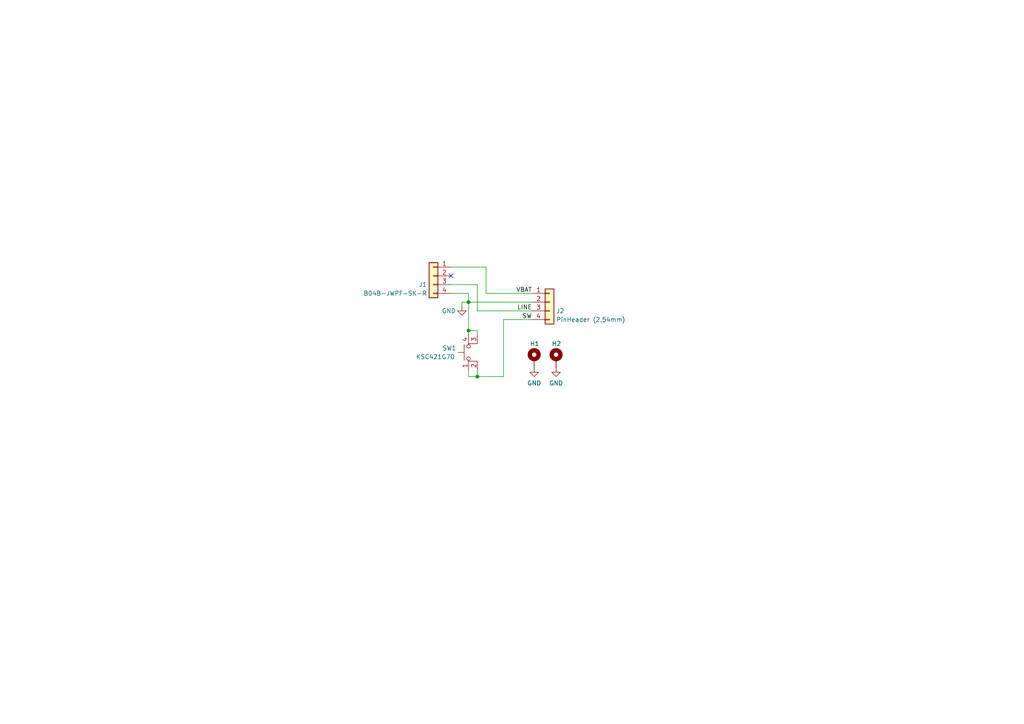
<source format=kicad_sch>
(kicad_sch (version 20230121) (generator eeschema)
  (paper "A4")
  (lib_symbols
    (symbol "Connector_Generic:Conn_01x04" (pin_names (offset 1.016) hide)
      (property "Reference" "J" (at 0 5.08 0))
      (property "Value" "Conn_01x04" (at 0 -7.62 0))
      (symbol "Conn_01x04_1_1"
        (rectangle (start -1.27 -4.953) (end 0 -5.207) (stroke (width 0.1524)))
        (rectangle (start -1.27 -2.413) (end 0 -2.667) (stroke (width 0.1524)))
        (rectangle (start -1.27 0.127) (end 0 -0.127) (stroke (width 0.1524)))
        (rectangle (start -1.27 2.667) (end 0 2.413) (stroke (width 0.1524)))
        (rectangle (start -1.27 3.81) (end 1.27 -6.35) (stroke (width 0.254)) (fill (type background)))
        (pin passive line (at -5.08 2.54 0) (length 3.81) (name "Pin_1") (number "1"))
        (pin passive line (at -5.08 0 0) (length 3.81) (name "Pin_2") (number "2"))
        (pin passive line (at -5.08 -2.54 0) (length 3.81) (name "Pin_3") (number "3"))
        (pin passive line (at -5.08 -5.08 0) (length 3.81) (name "Pin_4") (number "4"))
      )
    )
    (symbol "Mechanical:MountingHole_Pad" (pin_numbers hide) (pin_names (offset 1.016) hide)
      (property "Reference" "H" (at 0 6.35 0))
      (property "Value" "MountingHole_Pad" (at 0 4.445 0))
      (symbol "MountingHole_Pad_0_1"
        (circle (center 0 1.27) (radius 1.27) (stroke (width 1.27)))
      )
      (symbol "MountingHole_Pad_1_1"
        (pin input line (at 0 -2.54 90) (length 2.54) (name "1") (number "1"))
      )
    )
    (symbol "Switch:SW_MEC_5E" (pin_names (offset 1.016) hide)
      (property "Reference" "SW" (at 0.635 5.715 0))
      (property "Value" "SW_MEC_5E" (at 0 -3.175 0))
      (symbol "SW_MEC_5E_0_1"
        (circle (center -1.778 2.54) (radius 0.508))
        (polyline (pts (xy -2.286 3.81) (xy 2.286 3.81)))
        (polyline (pts (xy 0 3.81) (xy 0 5.588)))
        (polyline (pts (xy -2.54 0) (xy -2.54 2.54) (xy -2.286 2.54)))
        (polyline (pts (xy 2.54 0) (xy 2.54 2.54) (xy 2.286 2.54)))
        (circle (center 1.778 2.54) (radius 0.508))
        (pin passive line (at -5.08 2.54 0) (length 2.54) (name "1") (number "1"))
        (pin passive line (at -5.08 0 0) (length 2.54) (name "2") (number "2"))
        (pin passive line (at 5.08 0 180) (length 2.54) (name "K") (number "3"))
        (pin passive line (at 5.08 2.54 180) (length 2.54) (name "A") (number "4"))
      )
    )
    (symbol "power:GND" (power) (pin_names (offset 0))
      (property "Value" "GND" (at 0 -3.81 0))
      (symbol "GND_0_1"
        (polyline (pts (xy 0 0) (xy 0 -1.27) (xy 1.27 -1.27) (xy 0 -2.54) (xy -1.27 -1.27) (xy 0 -1.27)))
      )
      (symbol "GND_1_1"
        (pin power_in line (at 0 0 270) (length 0) hide (name "GND") (number "1"))
      )
    )
  )
  (junction (at 138.43 109.22))
  (junction (at 135.89 87.63))
  (junction (at 135.89 95.885))
  (no_connect (at 130.81 80.01))
  (wire (pts (xy 135.89 109.22) (xy 138.43 109.22)))
  (wire (pts (xy 138.43 82.55) (xy 138.43 90.17)))
  (wire (pts (xy 138.43 97.155) (xy 138.43 95.885)))
  (wire (pts (xy 133.985 88.9) (xy 133.985 87.63)))
  (wire (pts (xy 130.81 85.09) (xy 135.89 85.09)))
  (wire (pts (xy 135.89 107.315) (xy 135.89 109.22)))
  (wire (pts (xy 138.43 107.315) (xy 138.43 109.22)))
  (wire (pts (xy 146.05 92.71) (xy 154.305 92.71)))
  (wire (pts (xy 135.89 87.63) (xy 135.89 95.885)))
  (wire (pts (xy 154.305 90.17) (xy 138.43 90.17)))
  (wire (pts (xy 135.89 95.885) (xy 135.89 97.155)))
  (wire (pts (xy 135.89 85.09) (xy 135.89 87.63)))
  (wire (pts (xy 146.05 109.22) (xy 146.05 92.71)))
  (wire (pts (xy 138.43 95.885) (xy 135.89 95.885)))
  (wire (pts (xy 140.97 77.47) (xy 140.97 85.09)))
  (wire (pts (xy 133.985 87.63) (xy 135.89 87.63)))
  (wire (pts (xy 135.89 87.63) (xy 154.305 87.63)))
  (wire (pts (xy 130.81 77.47) (xy 140.97 77.47)))
  (wire (pts (xy 138.43 109.22) (xy 146.05 109.22)))
  (wire (pts (xy 140.97 85.09) (xy 154.305 85.09)))
  (wire (pts (xy 130.81 82.55) (xy 138.43 82.55)))
  (label "VBAT" (at 154.305 85.09 180))
  (label "SW" (at 154.305 92.71 180))
  (label "LINE" (at 154.305 90.17 180))
  (symbol (lib_id "power:GND") (at 161.29 106.68 0) (unit 1)
    (property "Reference" "#PWR02" (effects hide))
    (property "Value" "GND" (at 161.29 111.125 0))
  )
  (symbol (lib_id "power:GND") (at 133.985 88.9 0) (unit 1)
    (property "Reference" "#PWR03" (effects hide))
    (property "Value" "GND" (at 130.175 90.17 0))
  )
  (symbol (lib_id "Mechanical:MountingHole_Pad") (at 154.94 104.14 0) (unit 1)
    (property "Reference" "H1" (at 153.67 99.695 0) (effects (justify left)))
    (property "Value" "MountingHole_Pad" (effects hide))
    (property "Footprint" "MountingHole:MountingHole_2.2mm_M2_ISO14580" (effects hide))
  )
  (symbol (lib_id "Mechanical:MountingHole_Pad") (at 161.29 104.14 0) (unit 1)
    (property "Reference" "H2" (at 160.02 99.695 0) (effects (justify left)))
    (property "Value" "MountingHole_Pad" (effects hide))
    (property "Footprint" "MountingHole:MountingHole_2.2mm_M2_ISO14580" (effects hide))
  )
  (symbol (lib_id "Connector_Generic:Conn_01x04") (at 159.385 87.63 0) (unit 1)
    (property "Reference" "J2" (at 161.29 90.17 0) (effects (justify left)))
    (property "Value" "PinHeader (2.54mm)" (at 161.29 92.71 0) (effects (justify left)))
    (property "Footprint" "Connector_PinHeader_2.00mm:PinHeader_2x02_P2.00mm_Vertical_SMD" (effects hide))
  )
  (symbol (lib_id "Connector_Generic:Conn_01x04") (at 125.73 80.01 0) (mirror y) (unit 1)
    (property "Reference" "J1" (at 123.825 82.55 0) (effects (justify left)))
    (property "Value" "B04B-JWPF-SK-R" (at 123.825 85.09 0) (effects (justify left)))
    (property "Footprint" "Connector_JST:JST_JWPF_B04B-JWPF-SK-R_1x04_P2.00mm_Vertical" (effects hide))
  )
  (symbol (lib_id "power:GND") (at 154.94 106.68 0) (unit 1)
    (property "Reference" "#PWR01" (effects hide))
    (property "Value" "GND" (at 154.94 111.125 0))
  )
  (symbol (lib_id "Switch:SW_MEC_5E") (at 138.43 102.235 90) (unit 1)
    (property "Reference" "SW1" (at 128.27 100.965 90) (effects (justify right)))
    (property "Value" "KSC421G70" (at 120.65 103.505 90) (effects (justify right)))
    (property "Footprint" "local:KSC4" (effects hide))
    (property "Datasheet" "http://www.apem.com/int/index.php?controller=attachment&id_attachment=1371" (effects hide))
  )
)
</source>
